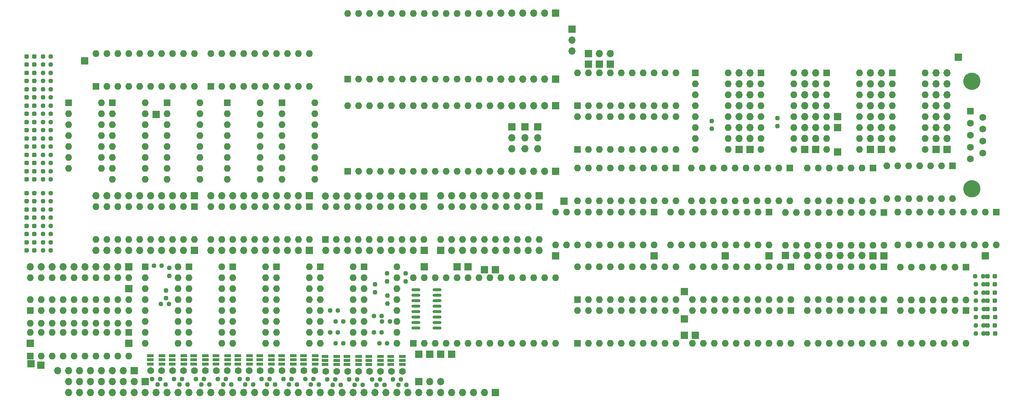
<source format=gbr>
%TF.GenerationSoftware,KiCad,Pcbnew,7.0.5*%
%TF.CreationDate,2024-08-20T05:02:14-04:00*%
%TF.ProjectId,processor_attempt_1,70726f63-6573-4736-9f72-5f617474656d,rev?*%
%TF.SameCoordinates,Original*%
%TF.FileFunction,Soldermask,Bot*%
%TF.FilePolarity,Negative*%
%FSLAX46Y46*%
G04 Gerber Fmt 4.6, Leading zero omitted, Abs format (unit mm)*
G04 Created by KiCad (PCBNEW 7.0.5) date 2024-08-20 05:02:14*
%MOMM*%
%LPD*%
G01*
G04 APERTURE LIST*
G04 Aperture macros list*
%AMRoundRect*
0 Rectangle with rounded corners*
0 $1 Rounding radius*
0 $2 $3 $4 $5 $6 $7 $8 $9 X,Y pos of 4 corners*
0 Add a 4 corners polygon primitive as box body*
4,1,4,$2,$3,$4,$5,$6,$7,$8,$9,$2,$3,0*
0 Add four circle primitives for the rounded corners*
1,1,$1+$1,$2,$3*
1,1,$1+$1,$4,$5*
1,1,$1+$1,$6,$7*
1,1,$1+$1,$8,$9*
0 Add four rect primitives between the rounded corners*
20,1,$1+$1,$2,$3,$4,$5,0*
20,1,$1+$1,$4,$5,$6,$7,0*
20,1,$1+$1,$6,$7,$8,$9,0*
20,1,$1+$1,$8,$9,$2,$3,0*%
G04 Aperture macros list end*
%ADD10R,1.700000X1.700000*%
%ADD11O,1.700000X1.700000*%
%ADD12RoundRect,0.237500X0.237500X-0.250000X0.237500X0.250000X-0.237500X0.250000X-0.237500X-0.250000X0*%
%ADD13RoundRect,0.237500X-0.237500X0.250000X-0.237500X-0.250000X0.237500X-0.250000X0.237500X0.250000X0*%
%ADD14R,1.600000X1.600000*%
%ADD15O,1.600000X1.600000*%
%ADD16C,1.600000*%
%ADD17C,4.000000*%
%ADD18RoundRect,0.237500X-0.250000X-0.237500X0.250000X-0.237500X0.250000X0.237500X-0.250000X0.237500X0*%
%ADD19RoundRect,0.237500X-0.287500X-0.237500X0.287500X-0.237500X0.287500X0.237500X-0.287500X0.237500X0*%
%ADD20RoundRect,0.237500X0.250000X0.237500X-0.250000X0.237500X-0.250000X-0.237500X0.250000X-0.237500X0*%
%ADD21R,1.560000X0.650000*%
%ADD22RoundRect,0.237500X0.287500X0.237500X-0.287500X0.237500X-0.287500X-0.237500X0.287500X-0.237500X0*%
%ADD23RoundRect,0.150000X0.825000X0.150000X-0.825000X0.150000X-0.825000X-0.150000X0.825000X-0.150000X0*%
G04 APERTURE END LIST*
D10*
%TO.C,J31*%
X116840000Y-108585000D03*
D11*
X119380000Y-108585000D03*
X121920000Y-108585000D03*
%TD*%
D10*
%TO.C,J41*%
X119380000Y-102235000D03*
%TD*%
%TO.C,J61*%
X150495000Y-66675000D03*
%TD*%
%TO.C,J60*%
X213995000Y-55245000D03*
%TD*%
%TO.C,J59*%
X187960000Y-79375000D03*
%TD*%
%TO.C,J58*%
X148590000Y-79375000D03*
%TD*%
%TO.C,J56*%
X180975000Y-97790000D03*
%TD*%
%TO.C,J54*%
X178435000Y-87630000D03*
%TD*%
%TO.C,J51*%
X132080000Y-82550000D03*
%TD*%
%TO.C,J50*%
X124460000Y-102235000D03*
%TD*%
%TO.C,J49*%
X118110000Y-81915000D03*
%TD*%
%TO.C,J46*%
X171450000Y-79375000D03*
%TD*%
%TO.C,J45*%
X178435000Y-93980000D03*
%TD*%
%TO.C,J43*%
X121920000Y-102235000D03*
%TD*%
%TO.C,J64*%
X224790000Y-79375000D03*
%TD*%
%TO.C,J74*%
X242056657Y-33153573D03*
%TD*%
%TO.C,J73*%
X248285000Y-79375000D03*
%TD*%
%TO.C,J63*%
X178435000Y-97790000D03*
%TD*%
%TO.C,J62*%
X222250000Y-79375000D03*
%TD*%
%TO.C,J57*%
X198120000Y-79375000D03*
%TD*%
%TO.C,J52*%
X116840000Y-102235000D03*
%TD*%
%TO.C,J48*%
X128270000Y-81915000D03*
%TD*%
%TO.C,J47*%
X134620000Y-82550000D03*
%TD*%
%TO.C,J39*%
X29117036Y-104773313D03*
%TD*%
%TO.C,J44*%
X125730000Y-81915000D03*
%TD*%
%TO.C,J35*%
X26670000Y-99695000D03*
%TD*%
%TO.C,J72*%
X49530000Y-86995000D03*
%TD*%
%TO.C,J71*%
X49530000Y-99695000D03*
%TD*%
%TO.C,J70*%
X213995000Y-46990000D03*
%TD*%
%TO.C,J67*%
X213995000Y-49530000D03*
%TD*%
D12*
%TO.C,R142*%
X200025000Y-47347500D03*
X200025000Y-49172500D03*
%TD*%
D13*
%TO.C,R141*%
X184785000Y-49807500D03*
X184785000Y-47982500D03*
%TD*%
D14*
%TO.C,U23*%
X153670000Y-44450000D03*
D15*
X156210000Y-44450000D03*
X158750000Y-44450000D03*
X161290000Y-44450000D03*
X163830000Y-44450000D03*
X166370000Y-44450000D03*
X168910000Y-44450000D03*
X171450000Y-44450000D03*
X173990000Y-44450000D03*
X176530000Y-44450000D03*
X176530000Y-36830000D03*
X173990000Y-36830000D03*
X171450000Y-36830000D03*
X168910000Y-36830000D03*
X166370000Y-36830000D03*
X163830000Y-36830000D03*
X161290000Y-36830000D03*
X158750000Y-36830000D03*
X156210000Y-36830000D03*
X153670000Y-36830000D03*
%TD*%
D10*
%TO.C,J69*%
X156225000Y-32385000D03*
D11*
X158765000Y-32385000D03*
X161305000Y-32385000D03*
%TD*%
D10*
%TO.C,J68*%
X161290000Y-34798000D03*
%TD*%
%TO.C,J65*%
X158750000Y-34798000D03*
%TD*%
%TO.C,J36*%
X156210000Y-34798000D03*
%TD*%
%TO.C,J34*%
X144399000Y-49403000D03*
D11*
X144399000Y-51943000D03*
X144399000Y-54483000D03*
%TD*%
D10*
%TO.C,J33*%
X141478000Y-49403000D03*
D11*
X141478000Y-51943000D03*
X141478000Y-54483000D03*
%TD*%
D10*
%TO.C,J32*%
X138430000Y-49388000D03*
D11*
X138430000Y-51928000D03*
X138430000Y-54468000D03*
%TD*%
D10*
%TO.C,J42*%
X55880000Y-46482000D03*
%TD*%
%TO.C,J40*%
X39243000Y-34036000D03*
%TD*%
%TO.C,J30*%
X26797000Y-104394000D03*
%TD*%
D14*
%TO.C,U44*%
X153670000Y-89535000D03*
D15*
X156210000Y-89535000D03*
X158750000Y-89535000D03*
X161290000Y-89535000D03*
X163830000Y-89535000D03*
X166370000Y-89535000D03*
X168910000Y-89535000D03*
X171450000Y-89535000D03*
X173990000Y-89535000D03*
X176530000Y-89535000D03*
X176530000Y-81915000D03*
X173990000Y-81915000D03*
X171450000Y-81915000D03*
X168910000Y-81915000D03*
X166370000Y-81915000D03*
X163830000Y-81915000D03*
X161290000Y-81915000D03*
X158750000Y-81915000D03*
X156210000Y-81915000D03*
X153670000Y-81915000D03*
%TD*%
D11*
%TO.C,J26*%
X221615000Y-36830000D03*
X221615000Y-39370000D03*
X221615000Y-41910000D03*
X221615000Y-44450000D03*
X221615000Y-46990000D03*
X221615000Y-49530000D03*
X221615000Y-52070000D03*
D10*
X221615000Y-54610000D03*
%TD*%
D14*
%TO.C,U19*%
X100330000Y-59690000D03*
D15*
X102870000Y-59690000D03*
X105410000Y-59690000D03*
X107950000Y-59690000D03*
X110490000Y-59690000D03*
X113030000Y-59690000D03*
X115570000Y-59690000D03*
X118110000Y-59690000D03*
X120650000Y-59690000D03*
X123190000Y-59690000D03*
X125730000Y-59690000D03*
X128270000Y-59690000D03*
X130810000Y-59690000D03*
X133350000Y-59690000D03*
X133350000Y-44450000D03*
X130810000Y-44450000D03*
X128270000Y-44450000D03*
X125730000Y-44450000D03*
X123190000Y-44450000D03*
X120650000Y-44450000D03*
X118110000Y-44450000D03*
X115570000Y-44450000D03*
X113030000Y-44450000D03*
X110490000Y-44450000D03*
X107950000Y-44450000D03*
X105410000Y-44450000D03*
X102870000Y-44450000D03*
X100330000Y-44450000D03*
%TD*%
D10*
%TO.C,J18*%
X144780000Y-65405000D03*
D11*
X142240000Y-65405000D03*
X139700000Y-65405000D03*
X137160000Y-65405000D03*
X134620000Y-65405000D03*
X132080000Y-65405000D03*
X129540000Y-65405000D03*
X127000000Y-65405000D03*
X124460000Y-65405000D03*
X121920000Y-65405000D03*
%TD*%
D10*
%TO.C,J4*%
X53340000Y-108585000D03*
D11*
X50800000Y-108585000D03*
X48260000Y-108585000D03*
X45720000Y-108585000D03*
X43180000Y-108585000D03*
X40640000Y-108585000D03*
X38100000Y-108585000D03*
X35560000Y-108585000D03*
%TD*%
D14*
%TO.C,U3*%
X72390000Y-43815000D03*
D15*
X72390000Y-46355000D03*
X72390000Y-48895000D03*
X72390000Y-51435000D03*
X72390000Y-53975000D03*
X72390000Y-56515000D03*
X72390000Y-59055000D03*
X72390000Y-61595000D03*
X80010000Y-61595000D03*
X80010000Y-59055000D03*
X80010000Y-56515000D03*
X80010000Y-53975000D03*
X80010000Y-51435000D03*
X80010000Y-48895000D03*
X80010000Y-46355000D03*
X80010000Y-43815000D03*
%TD*%
%TO.C,U52*%
X243845000Y-89545000D03*
X241305000Y-89545000D03*
X238765000Y-89545000D03*
X236225000Y-89545000D03*
X233685000Y-89545000D03*
X231145000Y-89545000D03*
X228605000Y-89545000D03*
X228605000Y-81925000D03*
X231145000Y-81925000D03*
X233685000Y-81925000D03*
X236225000Y-81925000D03*
X238765000Y-81925000D03*
X241305000Y-81925000D03*
D14*
X243845000Y-81925000D03*
%TD*%
D16*
%TO.C,J21*%
X247703669Y-55453000D03*
X247703669Y-52683000D03*
X247703669Y-49913000D03*
X247703669Y-47143000D03*
X244863669Y-56838000D03*
X244863669Y-54068000D03*
X244863669Y-51298000D03*
X244863669Y-48528000D03*
D14*
X244863669Y-45758000D03*
D17*
X245163669Y-38798000D03*
X245163669Y-63798000D03*
%TD*%
D14*
%TO.C,U24*%
X153670000Y-54610000D03*
D15*
X156210000Y-54610000D03*
X158750000Y-54610000D03*
X161290000Y-54610000D03*
X163830000Y-54610000D03*
X166370000Y-54610000D03*
X168910000Y-54610000D03*
X171450000Y-54610000D03*
X173990000Y-54610000D03*
X176530000Y-54610000D03*
X176530000Y-46990000D03*
X173990000Y-46990000D03*
X171450000Y-46990000D03*
X168910000Y-46990000D03*
X166370000Y-46990000D03*
X163830000Y-46990000D03*
X161290000Y-46990000D03*
X158750000Y-46990000D03*
X156210000Y-46990000D03*
X153670000Y-46990000D03*
%TD*%
D14*
%TO.C,U29*%
X41910000Y-40005000D03*
D15*
X44450000Y-40005000D03*
X46990000Y-40005000D03*
X49530000Y-40005000D03*
X52070000Y-40005000D03*
X54610000Y-40005000D03*
X57150000Y-40005000D03*
X59690000Y-40005000D03*
X62230000Y-40005000D03*
X64770000Y-40005000D03*
X64770000Y-32385000D03*
X62230000Y-32385000D03*
X59690000Y-32385000D03*
X57150000Y-32385000D03*
X54610000Y-32385000D03*
X52070000Y-32385000D03*
X49530000Y-32385000D03*
X46990000Y-32385000D03*
X44450000Y-32385000D03*
X41910000Y-32385000D03*
%TD*%
D14*
%TO.C,U6*%
X91440000Y-67945000D03*
D15*
X88900000Y-67945000D03*
X86360000Y-67945000D03*
X83820000Y-67945000D03*
X81280000Y-67945000D03*
X78740000Y-67945000D03*
X76200000Y-67945000D03*
X73660000Y-67945000D03*
X71120000Y-67945000D03*
X68580000Y-67945000D03*
X68580000Y-75565000D03*
X71120000Y-75565000D03*
X73660000Y-75565000D03*
X76200000Y-75565000D03*
X78740000Y-75565000D03*
X81280000Y-75565000D03*
X83820000Y-75565000D03*
X86360000Y-75565000D03*
X88900000Y-75565000D03*
X91440000Y-75565000D03*
%TD*%
D10*
%TO.C,J3*%
X134620000Y-111125000D03*
D11*
X132080000Y-111125000D03*
X129540000Y-111125000D03*
X127000000Y-111125000D03*
X124460000Y-111125000D03*
X121920000Y-111125000D03*
X119380000Y-111125000D03*
X116840000Y-111125000D03*
X114300000Y-111125000D03*
X111760000Y-111125000D03*
X109220000Y-111125000D03*
X106680000Y-111125000D03*
X104140000Y-111125000D03*
X101600000Y-111125000D03*
X99060000Y-111125000D03*
X96520000Y-111125000D03*
X93980000Y-111125000D03*
X91440000Y-111125000D03*
X88900000Y-111125000D03*
X86360000Y-111125000D03*
X83820000Y-111125000D03*
X81280000Y-111125000D03*
X78740000Y-111125000D03*
X76200000Y-111125000D03*
X73660000Y-111125000D03*
X71120000Y-111125000D03*
X68580000Y-111125000D03*
X66040000Y-111125000D03*
X63500000Y-111125000D03*
X60960000Y-111125000D03*
X58420000Y-111125000D03*
X55880000Y-111125000D03*
X53340000Y-111125000D03*
X50800000Y-111125000D03*
X48260000Y-111125000D03*
X45720000Y-111125000D03*
X43180000Y-111125000D03*
X40640000Y-111125000D03*
X38100000Y-111125000D03*
X35560000Y-111125000D03*
%TD*%
D14*
%TO.C,U25*%
X26670000Y-92075000D03*
D15*
X29210000Y-92075000D03*
X31750000Y-92075000D03*
X34290000Y-92075000D03*
X36830000Y-92075000D03*
X39370000Y-92075000D03*
X41910000Y-92075000D03*
X44450000Y-92075000D03*
X46990000Y-92075000D03*
X49530000Y-92075000D03*
X49530000Y-84455000D03*
X46990000Y-84455000D03*
X44450000Y-84455000D03*
X41910000Y-84455000D03*
X39370000Y-84455000D03*
X36830000Y-84455000D03*
X34290000Y-84455000D03*
X31750000Y-84455000D03*
X29210000Y-84455000D03*
X26670000Y-84455000D03*
%TD*%
%TO.C,U55*%
X222250000Y-66548000D03*
X219710000Y-66548000D03*
X217170000Y-66548000D03*
X214630000Y-66548000D03*
X212090000Y-66548000D03*
X209550000Y-66548000D03*
X207010000Y-66548000D03*
X207010000Y-58928000D03*
X209550000Y-58928000D03*
X212090000Y-58928000D03*
X214630000Y-58928000D03*
X217170000Y-58928000D03*
X219710000Y-58928000D03*
D14*
X222250000Y-58928000D03*
%TD*%
%TO.C,U54*%
X176530000Y-58928000D03*
D15*
X173990000Y-58928000D03*
X171450000Y-58928000D03*
X168910000Y-58928000D03*
X166370000Y-58928000D03*
X163830000Y-58928000D03*
X161290000Y-58928000D03*
X158750000Y-58928000D03*
X156210000Y-58928000D03*
X153670000Y-58928000D03*
X153670000Y-66548000D03*
X156210000Y-66548000D03*
X158750000Y-66548000D03*
X161290000Y-66548000D03*
X163830000Y-66548000D03*
X166370000Y-66548000D03*
X168910000Y-66548000D03*
X171450000Y-66548000D03*
X173990000Y-66548000D03*
X176530000Y-66548000D03*
%TD*%
D11*
%TO.C,J22*%
X208915000Y-36830000D03*
X208915000Y-39370000D03*
X208915000Y-41910000D03*
X208915000Y-44450000D03*
X208915000Y-46990000D03*
X208915000Y-49530000D03*
X208915000Y-52070000D03*
D10*
X208915000Y-54610000D03*
%TD*%
%TO.C,J17*%
X148590000Y-22987000D03*
D11*
X146050000Y-22987000D03*
X143510000Y-22987000D03*
X140970000Y-22987000D03*
X138430000Y-22987000D03*
X135890000Y-22987000D03*
%TD*%
D14*
%TO.C,U41*%
X203200000Y-92075000D03*
D15*
X200660000Y-92075000D03*
X198120000Y-92075000D03*
X195580000Y-92075000D03*
X193040000Y-92075000D03*
X190500000Y-92075000D03*
X187960000Y-92075000D03*
X185420000Y-92075000D03*
X182880000Y-92075000D03*
X180340000Y-92075000D03*
X180340000Y-99695000D03*
X182880000Y-99695000D03*
X185420000Y-99695000D03*
X187960000Y-99695000D03*
X190500000Y-99695000D03*
X193040000Y-99695000D03*
X195580000Y-99695000D03*
X198120000Y-99695000D03*
X200660000Y-99695000D03*
X203200000Y-99695000D03*
%TD*%
D16*
%TO.C,C16*%
X67290000Y-106045000D03*
X64790000Y-106045000D03*
%TD*%
%TO.C,C4*%
X92690000Y-106045000D03*
X90190000Y-106045000D03*
%TD*%
%TO.C,C10*%
X77450000Y-106045000D03*
X74950000Y-106045000D03*
%TD*%
D10*
%TO.C,J28*%
X224155000Y-54610000D03*
D11*
X224155000Y-52070000D03*
X224155000Y-49530000D03*
X224155000Y-46990000D03*
X224155000Y-44450000D03*
X224155000Y-41910000D03*
X224155000Y-39370000D03*
X224155000Y-36830000D03*
%TD*%
D10*
%TO.C,J19*%
X121920000Y-78105000D03*
D11*
X124460000Y-78105000D03*
X127000000Y-78105000D03*
X129540000Y-78105000D03*
X132080000Y-78105000D03*
X134620000Y-78105000D03*
X137160000Y-78105000D03*
X139700000Y-78105000D03*
X142240000Y-78105000D03*
X144780000Y-78105000D03*
%TD*%
D14*
%TO.C,U45*%
X153670000Y-99695000D03*
D15*
X156210000Y-99695000D03*
X158750000Y-99695000D03*
X161290000Y-99695000D03*
X163830000Y-99695000D03*
X166370000Y-99695000D03*
X168910000Y-99695000D03*
X171450000Y-99695000D03*
X173990000Y-99695000D03*
X176530000Y-99695000D03*
X176530000Y-92075000D03*
X173990000Y-92075000D03*
X171450000Y-92075000D03*
X168910000Y-92075000D03*
X166370000Y-92075000D03*
X163830000Y-92075000D03*
X161290000Y-92075000D03*
X158750000Y-92075000D03*
X156210000Y-92075000D03*
X153670000Y-92075000D03*
%TD*%
D10*
%TO.C,J20*%
X201930000Y-79248000D03*
D11*
X204470000Y-79248000D03*
X207010000Y-79248000D03*
X209550000Y-79248000D03*
X212090000Y-79248000D03*
X214630000Y-79248000D03*
X217170000Y-79248000D03*
X219710000Y-79248000D03*
%TD*%
D18*
%TO.C,R102*%
X56999500Y-90551000D03*
X58824500Y-90551000D03*
%TD*%
D11*
%TO.C,J24*%
X206375000Y-36830000D03*
X206375000Y-39370000D03*
X206375000Y-41910000D03*
X206375000Y-44450000D03*
X206375000Y-46990000D03*
X206375000Y-49530000D03*
X206375000Y-52070000D03*
D10*
X206375000Y-54610000D03*
%TD*%
D16*
%TO.C,C7*%
X112976305Y-106154911D03*
X110476305Y-106154911D03*
%TD*%
D14*
%TO.C,U50*%
X250825000Y-69215000D03*
D15*
X248285000Y-69215000D03*
X245745000Y-69215000D03*
X243205000Y-69215000D03*
X240665000Y-69215000D03*
X238125000Y-69215000D03*
X235585000Y-69215000D03*
X233045000Y-69215000D03*
X230505000Y-69215000D03*
X227965000Y-69215000D03*
X227965000Y-76835000D03*
X230505000Y-76835000D03*
X233045000Y-76835000D03*
X235585000Y-76835000D03*
X238125000Y-76835000D03*
X240665000Y-76835000D03*
X243205000Y-76835000D03*
X245745000Y-76835000D03*
X248285000Y-76835000D03*
X250825000Y-76835000D03*
%TD*%
D14*
%TO.C,U18*%
X100315000Y-38235000D03*
D15*
X102855000Y-38235000D03*
X105395000Y-38235000D03*
X107935000Y-38235000D03*
X110475000Y-38235000D03*
X113015000Y-38235000D03*
X115555000Y-38235000D03*
X118095000Y-38235000D03*
X120635000Y-38235000D03*
X123175000Y-38235000D03*
X125715000Y-38235000D03*
X128255000Y-38235000D03*
X130795000Y-38235000D03*
X133335000Y-38235000D03*
X133335000Y-22995000D03*
X130795000Y-22995000D03*
X128255000Y-22995000D03*
X125715000Y-22995000D03*
X123175000Y-22995000D03*
X120635000Y-22995000D03*
X118095000Y-22995000D03*
X115555000Y-22995000D03*
X113015000Y-22995000D03*
X110475000Y-22995000D03*
X107935000Y-22995000D03*
X105395000Y-22995000D03*
X102855000Y-22995000D03*
X100315000Y-22995000D03*
%TD*%
D16*
%TO.C,C17*%
X72370000Y-106045000D03*
X69870000Y-106045000D03*
%TD*%
D14*
%TO.C,U60*%
X226695000Y-36830000D03*
D15*
X226695000Y-39370000D03*
X226695000Y-41910000D03*
X226695000Y-44450000D03*
X226695000Y-46990000D03*
X226695000Y-49530000D03*
X226695000Y-52070000D03*
X226695000Y-54610000D03*
X234315000Y-54610000D03*
X234315000Y-52070000D03*
X234315000Y-49530000D03*
X234315000Y-46990000D03*
X234315000Y-44450000D03*
X234315000Y-41910000D03*
X234315000Y-39370000D03*
X234315000Y-36830000D03*
%TD*%
D11*
%TO.C,J27*%
X193675000Y-36830000D03*
X193675000Y-39370000D03*
X193675000Y-41910000D03*
X193675000Y-44450000D03*
X193675000Y-46990000D03*
X193675000Y-49530000D03*
X193675000Y-52070000D03*
D10*
X193675000Y-54610000D03*
%TD*%
%TO.C,J10*%
X64770000Y-78105000D03*
D11*
X62230000Y-78105000D03*
X59690000Y-78105000D03*
X57150000Y-78105000D03*
X54610000Y-78105000D03*
X52070000Y-78105000D03*
X49530000Y-78105000D03*
X46990000Y-78105000D03*
X44450000Y-78105000D03*
X41910000Y-78105000D03*
%TD*%
D10*
%TO.C,J15*%
X148590000Y-44450000D03*
D11*
X146050000Y-44450000D03*
X143510000Y-44450000D03*
X140970000Y-44450000D03*
X138430000Y-44450000D03*
X135890000Y-44450000D03*
%TD*%
%TO.C,J25*%
X236855000Y-36830000D03*
X236855000Y-39370000D03*
X236855000Y-41910000D03*
X236855000Y-44450000D03*
X236855000Y-46990000D03*
X236855000Y-49530000D03*
X236855000Y-52070000D03*
D10*
X236855000Y-54610000D03*
%TD*%
D14*
%TO.C,U59*%
X211455000Y-36830000D03*
D15*
X211455000Y-39370000D03*
X211455000Y-41910000D03*
X211455000Y-44450000D03*
X211455000Y-46990000D03*
X211455000Y-49530000D03*
X211455000Y-52070000D03*
X211455000Y-54610000D03*
X219075000Y-54610000D03*
X219075000Y-52070000D03*
X219075000Y-49530000D03*
X219075000Y-46990000D03*
X219075000Y-44450000D03*
X219075000Y-41910000D03*
X219075000Y-39370000D03*
X219075000Y-36830000D03*
%TD*%
D10*
%TO.C,J14*%
X148590000Y-59690000D03*
D11*
X146050000Y-59690000D03*
X143510000Y-59690000D03*
X140970000Y-59690000D03*
X138430000Y-59690000D03*
X135890000Y-59690000D03*
%TD*%
D10*
%TO.C,J29*%
X239395000Y-54610000D03*
D11*
X239395000Y-52070000D03*
X239395000Y-49530000D03*
X239395000Y-46990000D03*
X239395000Y-44450000D03*
X239395000Y-41910000D03*
X239395000Y-39370000D03*
X239395000Y-36830000D03*
%TD*%
D14*
%TO.C,U26*%
X26670468Y-102626722D03*
D15*
X29210468Y-102626722D03*
X31750468Y-102626722D03*
X34290468Y-102626722D03*
X36830468Y-102626722D03*
X39370468Y-102626722D03*
X41910468Y-102626722D03*
X44450468Y-102626722D03*
X46990468Y-102626722D03*
X49530468Y-102626722D03*
X49530468Y-95006722D03*
X46990468Y-95006722D03*
X44450468Y-95006722D03*
X41910468Y-95006722D03*
X39370468Y-95006722D03*
X36830468Y-95006722D03*
X34290468Y-95006722D03*
X31750468Y-95006722D03*
X29210468Y-95006722D03*
X26670468Y-95006722D03*
%TD*%
%TO.C,U53*%
X243840000Y-99695000D03*
X241300000Y-99695000D03*
X238760000Y-99695000D03*
X236220000Y-99695000D03*
X233680000Y-99695000D03*
X231140000Y-99695000D03*
X228600000Y-99695000D03*
X228600000Y-92075000D03*
X231140000Y-92075000D03*
X233680000Y-92075000D03*
X236220000Y-92075000D03*
X238760000Y-92075000D03*
X241300000Y-92075000D03*
D14*
X243840000Y-92075000D03*
%TD*%
D16*
%TO.C,C18*%
X87610000Y-106045000D03*
X85110000Y-106045000D03*
%TD*%
D14*
%TO.C,U36*%
X53350000Y-81905000D03*
D15*
X53350000Y-84445000D03*
X53350000Y-86985000D03*
X53350000Y-89525000D03*
X53350000Y-92065000D03*
X53350000Y-94605000D03*
X53350000Y-97145000D03*
X53350000Y-99685000D03*
X60970000Y-99685000D03*
X60970000Y-97145000D03*
X60970000Y-94605000D03*
X60970000Y-92065000D03*
X60970000Y-89525000D03*
X60970000Y-86985000D03*
X60970000Y-84445000D03*
X60970000Y-81905000D03*
%TD*%
D14*
%TO.C,U4*%
X58410000Y-43815000D03*
D15*
X58410000Y-46355000D03*
X58410000Y-48895000D03*
X58410000Y-51435000D03*
X58410000Y-53975000D03*
X58410000Y-56515000D03*
X58410000Y-59055000D03*
X58410000Y-61595000D03*
X66030000Y-61595000D03*
X66030000Y-59055000D03*
X66030000Y-56515000D03*
X66030000Y-53975000D03*
X66030000Y-51435000D03*
X66030000Y-48895000D03*
X66030000Y-46355000D03*
X66030000Y-43815000D03*
%TD*%
D14*
%TO.C,U33*%
X83830000Y-81905000D03*
D15*
X83830000Y-84445000D03*
X83830000Y-86985000D03*
X83830000Y-89525000D03*
X83830000Y-92065000D03*
X83830000Y-94605000D03*
X83830000Y-97145000D03*
X83830000Y-99685000D03*
X91450000Y-99685000D03*
X91450000Y-97145000D03*
X91450000Y-94605000D03*
X91450000Y-92065000D03*
X91450000Y-89525000D03*
X91450000Y-86985000D03*
X91450000Y-84445000D03*
X91450000Y-81905000D03*
%TD*%
D16*
%TO.C,C15*%
X57130000Y-106045000D03*
X54630000Y-106045000D03*
%TD*%
D14*
%TO.C,U37*%
X93966305Y-81897911D03*
D15*
X93966305Y-84437911D03*
X93966305Y-86977911D03*
X93966305Y-89517911D03*
X93966305Y-92057911D03*
X93966305Y-94597911D03*
X93966305Y-97137911D03*
X93966305Y-99677911D03*
X101586305Y-99677911D03*
X101586305Y-97137911D03*
X101586305Y-94597911D03*
X101586305Y-92057911D03*
X101586305Y-89517911D03*
X101586305Y-86977911D03*
X101586305Y-84437911D03*
X101586305Y-81897911D03*
%TD*%
D10*
%TO.C,J7*%
X117971105Y-65420169D03*
D11*
X115431105Y-65420169D03*
X112891105Y-65420169D03*
X110351105Y-65420169D03*
X107811105Y-65420169D03*
X105271105Y-65420169D03*
X102731105Y-65420169D03*
X100191105Y-65420169D03*
X97651105Y-65420169D03*
X95111105Y-65420169D03*
%TD*%
D14*
%TO.C,U42*%
X240670000Y-58430000D03*
D15*
X238130000Y-58430000D03*
X235590000Y-58430000D03*
X233050000Y-58430000D03*
X230510000Y-58430000D03*
X227970000Y-58430000D03*
X225430000Y-58430000D03*
X225430000Y-66050000D03*
X227970000Y-66050000D03*
X230510000Y-66050000D03*
X233050000Y-66050000D03*
X235590000Y-66050000D03*
X238130000Y-66050000D03*
X240670000Y-66050000D03*
%TD*%
D16*
%TO.C,C9*%
X62210000Y-106045000D03*
X59710000Y-106045000D03*
%TD*%
D15*
%TO.C,U57*%
X188595000Y-36830000D03*
X188595000Y-39370000D03*
X188595000Y-41910000D03*
X188595000Y-44450000D03*
X188595000Y-46990000D03*
X188595000Y-49530000D03*
X188595000Y-52070000D03*
X188595000Y-54610000D03*
X180975000Y-54610000D03*
X180975000Y-52070000D03*
X180975000Y-49530000D03*
X180975000Y-46990000D03*
X180975000Y-44450000D03*
X180975000Y-41910000D03*
X180975000Y-39370000D03*
D14*
X180975000Y-36830000D03*
%TD*%
D10*
%TO.C,J13*%
X64770000Y-65405000D03*
D11*
X62230000Y-65405000D03*
X59690000Y-65405000D03*
X57150000Y-65405000D03*
X54610000Y-65405000D03*
X52070000Y-65405000D03*
X49530000Y-65405000D03*
X46990000Y-65405000D03*
X44450000Y-65405000D03*
X41910000Y-65405000D03*
%TD*%
D18*
%TO.C,R99*%
X55348500Y-81661000D03*
X57173500Y-81661000D03*
%TD*%
D14*
%TO.C,U30*%
X68580000Y-40005000D03*
D15*
X71120000Y-40005000D03*
X73660000Y-40005000D03*
X76200000Y-40005000D03*
X78740000Y-40005000D03*
X81280000Y-40005000D03*
X83820000Y-40005000D03*
X86360000Y-40005000D03*
X88900000Y-40005000D03*
X91440000Y-40005000D03*
X91440000Y-32385000D03*
X88900000Y-32385000D03*
X86360000Y-32385000D03*
X83820000Y-32385000D03*
X81280000Y-32385000D03*
X78740000Y-32385000D03*
X76200000Y-32385000D03*
X73660000Y-32385000D03*
X71120000Y-32385000D03*
X68580000Y-32385000D03*
%TD*%
D14*
%TO.C,U32*%
X224790000Y-81915000D03*
D15*
X222250000Y-81915000D03*
X219710000Y-81915000D03*
X217170000Y-81915000D03*
X214630000Y-81915000D03*
X212090000Y-81915000D03*
X209550000Y-81915000D03*
X207010000Y-81915000D03*
X207010000Y-89535000D03*
X209550000Y-89535000D03*
X212090000Y-89535000D03*
X214630000Y-89535000D03*
X217170000Y-89535000D03*
X219710000Y-89535000D03*
X222250000Y-89535000D03*
X224790000Y-89535000D03*
%TD*%
D10*
%TO.C,J8*%
X49530000Y-81915000D03*
D11*
X46990000Y-81915000D03*
X44450000Y-81915000D03*
X41910000Y-81915000D03*
X39370000Y-81915000D03*
X36830000Y-81915000D03*
X34290000Y-81915000D03*
X31750000Y-81915000D03*
X29210000Y-81915000D03*
X26670000Y-81915000D03*
%TD*%
D14*
%TO.C,U47*%
X171450000Y-69215000D03*
D15*
X168910000Y-69215000D03*
X166370000Y-69215000D03*
X163830000Y-69215000D03*
X161290000Y-69215000D03*
X158750000Y-69215000D03*
X156210000Y-69215000D03*
X153670000Y-69215000D03*
X151130000Y-69215000D03*
X148590000Y-69215000D03*
X148590000Y-76835000D03*
X151130000Y-76835000D03*
X153670000Y-76835000D03*
X156210000Y-76835000D03*
X158750000Y-76835000D03*
X161290000Y-76835000D03*
X163830000Y-76835000D03*
X166370000Y-76835000D03*
X168910000Y-76835000D03*
X171450000Y-76835000D03*
%TD*%
D10*
%TO.C,J1*%
X152400000Y-26685000D03*
D11*
X152400000Y-29225000D03*
X152400000Y-31765000D03*
%TD*%
D14*
%TO.C,U34*%
X63510000Y-81905000D03*
D15*
X63510000Y-84445000D03*
X63510000Y-86985000D03*
X63510000Y-89525000D03*
X63510000Y-92065000D03*
X63510000Y-94605000D03*
X63510000Y-97145000D03*
X63510000Y-99685000D03*
X71130000Y-99685000D03*
X71130000Y-97145000D03*
X71130000Y-94605000D03*
X71130000Y-92065000D03*
X71130000Y-89525000D03*
X71130000Y-86985000D03*
X71130000Y-84445000D03*
X71130000Y-81905000D03*
%TD*%
%TO.C,U58*%
X203835000Y-36820000D03*
X203835000Y-39360000D03*
X203835000Y-41900000D03*
X203835000Y-44440000D03*
X203835000Y-46980000D03*
X203835000Y-49520000D03*
X203835000Y-52060000D03*
X203835000Y-54600000D03*
X196215000Y-54600000D03*
X196215000Y-52060000D03*
X196215000Y-49520000D03*
X196215000Y-46980000D03*
X196215000Y-44440000D03*
X196215000Y-41900000D03*
X196215000Y-39360000D03*
D14*
X196215000Y-36820000D03*
%TD*%
%TO.C,U39*%
X224790000Y-92075000D03*
D15*
X222250000Y-92075000D03*
X219710000Y-92075000D03*
X217170000Y-92075000D03*
X214630000Y-92075000D03*
X212090000Y-92075000D03*
X209550000Y-92075000D03*
X207010000Y-92075000D03*
X207010000Y-99695000D03*
X209550000Y-99695000D03*
X212090000Y-99695000D03*
X214630000Y-99695000D03*
X217170000Y-99695000D03*
X219710000Y-99695000D03*
X222250000Y-99695000D03*
X224790000Y-99695000D03*
%TD*%
D14*
%TO.C,U49*%
X224785000Y-69225000D03*
D15*
X222245000Y-69225000D03*
X219705000Y-69225000D03*
X217165000Y-69225000D03*
X214625000Y-69225000D03*
X212085000Y-69225000D03*
X209545000Y-69225000D03*
X207005000Y-69225000D03*
X204465000Y-69225000D03*
X201925000Y-69225000D03*
X201925000Y-76845000D03*
X204465000Y-76845000D03*
X207005000Y-76845000D03*
X209545000Y-76845000D03*
X212085000Y-76845000D03*
X214625000Y-76845000D03*
X217165000Y-76845000D03*
X219705000Y-76845000D03*
X222245000Y-76845000D03*
X224785000Y-76845000D03*
%TD*%
D14*
%TO.C,U7*%
X64770000Y-67945000D03*
D15*
X62230000Y-67945000D03*
X59690000Y-67945000D03*
X57150000Y-67945000D03*
X54610000Y-67945000D03*
X52070000Y-67945000D03*
X49530000Y-67945000D03*
X46990000Y-67945000D03*
X44450000Y-67945000D03*
X41910000Y-67945000D03*
X41910000Y-75565000D03*
X44450000Y-75565000D03*
X46990000Y-75565000D03*
X49530000Y-75565000D03*
X52070000Y-75565000D03*
X54610000Y-75565000D03*
X57150000Y-75565000D03*
X59690000Y-75565000D03*
X62230000Y-75565000D03*
X64770000Y-75565000D03*
%TD*%
D16*
%TO.C,C5*%
X97776305Y-106154911D03*
X95276305Y-106154911D03*
%TD*%
D14*
%TO.C,U38*%
X104126305Y-81897911D03*
D15*
X104126305Y-84437911D03*
X104126305Y-86977911D03*
X104126305Y-89517911D03*
X104126305Y-92057911D03*
X104126305Y-94597911D03*
X104126305Y-97137911D03*
X104126305Y-99677911D03*
X111746305Y-99677911D03*
X111746305Y-97137911D03*
X111746305Y-94597911D03*
X111746305Y-92057911D03*
X111746305Y-89517911D03*
X111746305Y-86977911D03*
X111746305Y-84437911D03*
X111746305Y-81897911D03*
%TD*%
D14*
%TO.C,U35*%
X73660000Y-81915000D03*
D15*
X73660000Y-84455000D03*
X73660000Y-86995000D03*
X73660000Y-89535000D03*
X73660000Y-92075000D03*
X73660000Y-94615000D03*
X73660000Y-97155000D03*
X73660000Y-99695000D03*
X81280000Y-99695000D03*
X81280000Y-97155000D03*
X81280000Y-94615000D03*
X81280000Y-92075000D03*
X81280000Y-89535000D03*
X81280000Y-86995000D03*
X81280000Y-84455000D03*
X81280000Y-81915000D03*
%TD*%
D14*
%TO.C,U2*%
X85090000Y-43815000D03*
D15*
X85090000Y-46355000D03*
X85090000Y-48895000D03*
X85090000Y-51435000D03*
X85090000Y-53975000D03*
X85090000Y-56515000D03*
X85090000Y-59055000D03*
X85090000Y-61595000D03*
X92710000Y-61595000D03*
X92710000Y-59055000D03*
X92710000Y-56515000D03*
X92710000Y-53975000D03*
X92710000Y-51435000D03*
X92710000Y-48895000D03*
X92710000Y-46355000D03*
X92710000Y-43815000D03*
%TD*%
D10*
%TO.C,J9*%
X91440000Y-78105000D03*
D11*
X88900000Y-78105000D03*
X86360000Y-78105000D03*
X83820000Y-78105000D03*
X81280000Y-78105000D03*
X78740000Y-78105000D03*
X76200000Y-78105000D03*
X73660000Y-78105000D03*
X71120000Y-78105000D03*
X68580000Y-78105000D03*
%TD*%
D16*
%TO.C,C3*%
X107936305Y-106154911D03*
X105436305Y-106154911D03*
%TD*%
D14*
%TO.C,U48*%
X198120000Y-69215000D03*
D15*
X195580000Y-69215000D03*
X193040000Y-69215000D03*
X190500000Y-69215000D03*
X187960000Y-69215000D03*
X185420000Y-69215000D03*
X182880000Y-69215000D03*
X180340000Y-69215000D03*
X177800000Y-69215000D03*
X175260000Y-69215000D03*
X175260000Y-76835000D03*
X177800000Y-76835000D03*
X180340000Y-76835000D03*
X182880000Y-76835000D03*
X185420000Y-76835000D03*
X187960000Y-76835000D03*
X190500000Y-76835000D03*
X193040000Y-76835000D03*
X195580000Y-76835000D03*
X198120000Y-76835000D03*
%TD*%
%TO.C,U56*%
X43190000Y-43810000D03*
X43190000Y-46350000D03*
X43190000Y-48890000D03*
X43190000Y-51430000D03*
X43190000Y-53970000D03*
X43190000Y-56510000D03*
X43190000Y-59050000D03*
X35570000Y-59050000D03*
X35570000Y-56510000D03*
X35570000Y-53970000D03*
X35570000Y-51430000D03*
X35570000Y-48890000D03*
X35570000Y-46350000D03*
D14*
X35570000Y-43810000D03*
%TD*%
D10*
%TO.C,J16*%
X148590000Y-38303200D03*
D11*
X146050000Y-38303200D03*
X143510000Y-38303200D03*
X140970000Y-38303200D03*
X138430000Y-38303200D03*
X135890000Y-38303200D03*
%TD*%
D16*
%TO.C,C11*%
X82530000Y-106045000D03*
X80030000Y-106045000D03*
%TD*%
D14*
%TO.C,U27*%
X95173238Y-75548224D03*
D15*
X97713238Y-75548224D03*
X100253238Y-75548224D03*
X102793238Y-75548224D03*
X105333238Y-75548224D03*
X107873238Y-75548224D03*
X110413238Y-75548224D03*
X112953238Y-75548224D03*
X115493238Y-75548224D03*
X118033238Y-75548224D03*
X118033238Y-67928224D03*
X115493238Y-67928224D03*
X112953238Y-67928224D03*
X110413238Y-67928224D03*
X107873238Y-67928224D03*
X105333238Y-67928224D03*
X102793238Y-67928224D03*
X100253238Y-67928224D03*
X97713238Y-67928224D03*
X95173238Y-67928224D03*
%TD*%
D16*
%TO.C,C6*%
X102856305Y-106154911D03*
X100356305Y-106154911D03*
%TD*%
D14*
%TO.C,U31*%
X144780000Y-67945000D03*
D15*
X142240000Y-67945000D03*
X139700000Y-67945000D03*
X137160000Y-67945000D03*
X134620000Y-67945000D03*
X132080000Y-67945000D03*
X129540000Y-67945000D03*
X127000000Y-67945000D03*
X124460000Y-67945000D03*
X121920000Y-67945000D03*
X121920000Y-75565000D03*
X124460000Y-75565000D03*
X127000000Y-75565000D03*
X129540000Y-75565000D03*
X132080000Y-75565000D03*
X134620000Y-75565000D03*
X137160000Y-75565000D03*
X139700000Y-75565000D03*
X142240000Y-75565000D03*
X144780000Y-75565000D03*
%TD*%
D10*
%TO.C,J11*%
X118110000Y-78105000D03*
D11*
X115570000Y-78105000D03*
X113030000Y-78105000D03*
X110490000Y-78105000D03*
X107950000Y-78105000D03*
X105410000Y-78105000D03*
X102870000Y-78105000D03*
X100330000Y-78105000D03*
X97790000Y-78105000D03*
X95250000Y-78105000D03*
%TD*%
D13*
%TO.C,R100*%
X58928000Y-82145500D03*
X58928000Y-83970500D03*
%TD*%
D15*
%TO.C,U28*%
X115570000Y-84455000D03*
X118110000Y-84455000D03*
X120650000Y-84455000D03*
X123190000Y-84455000D03*
X125730000Y-84455000D03*
X128270000Y-84455000D03*
X130810000Y-84455000D03*
X133350000Y-84455000D03*
X135890000Y-84455000D03*
X138430000Y-84455000D03*
X140970000Y-84455000D03*
X143510000Y-84455000D03*
X146050000Y-84455000D03*
X148590000Y-84455000D03*
X148590000Y-99695000D03*
X146050000Y-99695000D03*
X143510000Y-99695000D03*
X140970000Y-99695000D03*
X138430000Y-99695000D03*
X135890000Y-99695000D03*
X133350000Y-99695000D03*
X130810000Y-99695000D03*
X128270000Y-99695000D03*
X125730000Y-99695000D03*
X123190000Y-99695000D03*
X120650000Y-99695000D03*
X118110000Y-99695000D03*
D14*
X115570000Y-99695000D03*
%TD*%
D11*
%TO.C,J23*%
X191135000Y-36830000D03*
X191135000Y-39370000D03*
X191135000Y-41910000D03*
X191135000Y-44450000D03*
X191135000Y-46990000D03*
X191135000Y-49530000D03*
X191135000Y-52070000D03*
D10*
X191135000Y-54610000D03*
%TD*%
D14*
%TO.C,U43*%
X202946000Y-58938000D03*
D15*
X200406000Y-58938000D03*
X197866000Y-58938000D03*
X195326000Y-58938000D03*
X192786000Y-58938000D03*
X190246000Y-58938000D03*
X187706000Y-58938000D03*
X185166000Y-58938000D03*
X182626000Y-58938000D03*
X180086000Y-58938000D03*
X180086000Y-66558000D03*
X182626000Y-66558000D03*
X185166000Y-66558000D03*
X187706000Y-66558000D03*
X190246000Y-66558000D03*
X192786000Y-66558000D03*
X195326000Y-66558000D03*
X197866000Y-66558000D03*
X200406000Y-66558000D03*
X202946000Y-66558000D03*
%TD*%
D10*
%TO.C,J12*%
X91440000Y-65405000D03*
D11*
X88900000Y-65405000D03*
X86360000Y-65405000D03*
X83820000Y-65405000D03*
X81280000Y-65405000D03*
X78740000Y-65405000D03*
X76200000Y-65405000D03*
X73660000Y-65405000D03*
X71120000Y-65405000D03*
X68580000Y-65405000D03*
%TD*%
D12*
%TO.C,R101*%
X58166000Y-87352500D03*
X58166000Y-89177500D03*
%TD*%
D14*
%TO.C,U5*%
X45720000Y-43815000D03*
D15*
X45720000Y-46355000D03*
X45720000Y-48895000D03*
X45720000Y-51435000D03*
X45720000Y-53975000D03*
X45720000Y-56515000D03*
X45720000Y-59055000D03*
X45720000Y-61595000D03*
X53340000Y-61595000D03*
X53340000Y-59055000D03*
X53340000Y-56515000D03*
X53340000Y-53975000D03*
X53340000Y-51435000D03*
X53340000Y-48895000D03*
X53340000Y-46355000D03*
X53340000Y-43815000D03*
%TD*%
D14*
%TO.C,U40*%
X203200000Y-81915000D03*
D15*
X200660000Y-81915000D03*
X198120000Y-81915000D03*
X195580000Y-81915000D03*
X193040000Y-81915000D03*
X190500000Y-81915000D03*
X187960000Y-81915000D03*
X185420000Y-81915000D03*
X182880000Y-81915000D03*
X180340000Y-81915000D03*
X180340000Y-89535000D03*
X182880000Y-89535000D03*
X185420000Y-89535000D03*
X187960000Y-89535000D03*
X190500000Y-89535000D03*
X193040000Y-89535000D03*
X195580000Y-89535000D03*
X198120000Y-89535000D03*
X200660000Y-89535000D03*
X203200000Y-89535000D03*
%TD*%
D10*
%TO.C,J4*%
X50785000Y-106045000D03*
D11*
X48245000Y-106045000D03*
X45705000Y-106045000D03*
X43165000Y-106045000D03*
X40625000Y-106045000D03*
X38085000Y-106045000D03*
X35545000Y-106045000D03*
X33005000Y-106045000D03*
%TD*%
D18*
%TO.C,r60*%
X29586250Y-44450000D03*
X31411250Y-44450000D03*
%TD*%
%TO.C,r69*%
X29586250Y-68580000D03*
X31411250Y-68580000D03*
%TD*%
D19*
%TO.C,D7*%
X25813750Y-50165000D03*
X27563750Y-50165000D03*
%TD*%
D18*
%TO.C,R10*%
X85447500Y-107950000D03*
X87272500Y-107950000D03*
%TD*%
%TO.C,r73*%
X29586250Y-76200000D03*
X31411250Y-76200000D03*
%TD*%
%TO.C,R48*%
X100673805Y-108059911D03*
X102498805Y-108059911D03*
%TD*%
%TO.C,r52*%
X29586250Y-59690000D03*
X31411250Y-59690000D03*
%TD*%
D19*
%TO.C,D23*%
X25813750Y-76200000D03*
X27563750Y-76200000D03*
%TD*%
D18*
%TO.C,r58*%
X29586250Y-48260000D03*
X31411250Y-48260000D03*
%TD*%
D20*
%TO.C,R9*%
X88542500Y-109220000D03*
X86717500Y-109220000D03*
%TD*%
D18*
%TO.C,R44*%
X110833805Y-108059911D03*
X112658805Y-108059911D03*
%TD*%
D12*
%TO.C,R103*%
X113792000Y-85240500D03*
X113792000Y-83415500D03*
%TD*%
D20*
%TO.C,R5*%
X93622500Y-109220000D03*
X91797500Y-109220000D03*
%TD*%
D21*
%TO.C,Q3*%
X82630000Y-102555000D03*
X82630000Y-103505000D03*
X82630000Y-104455000D03*
X79930000Y-104455000D03*
X79930000Y-103505000D03*
X79930000Y-102555000D03*
%TD*%
D22*
%TO.C,D42*%
X250547432Y-85974948D03*
X248797432Y-85974948D03*
%TD*%
D20*
%TO.C,r94*%
X247923455Y-89787841D03*
X246098455Y-89787841D03*
%TD*%
%TO.C,R45*%
X108848805Y-109329911D03*
X107023805Y-109329911D03*
%TD*%
D18*
%TO.C,r70*%
X29586250Y-70485000D03*
X31411250Y-70485000D03*
%TD*%
D22*
%TO.C,D45*%
X250557000Y-91694000D03*
X248807000Y-91694000D03*
%TD*%
D19*
%TO.C,D19*%
X25813750Y-68580000D03*
X27563750Y-68580000D03*
%TD*%
D18*
%TO.C,R18*%
X75287500Y-107950000D03*
X77112500Y-107950000D03*
%TD*%
%TO.C,r64*%
X29586250Y-36830000D03*
X31411250Y-36830000D03*
%TD*%
D19*
%TO.C,D12*%
X25813750Y-40640000D03*
X27563750Y-40640000D03*
%TD*%
D18*
%TO.C,R24*%
X70207500Y-107950000D03*
X72032500Y-107950000D03*
%TD*%
D20*
%TO.C,r96*%
X247927500Y-93599000D03*
X246102500Y-93599000D03*
%TD*%
D19*
%TO.C,D3*%
X25813750Y-57785000D03*
X27563750Y-57785000D03*
%TD*%
D20*
%TO.C,r95*%
X247941674Y-91685466D03*
X246116674Y-91685466D03*
%TD*%
D18*
%TO.C,r62*%
X29586250Y-40640000D03*
X31411250Y-40640000D03*
%TD*%
D21*
%TO.C,Q11*%
X102856305Y-102664911D03*
X102856305Y-103614911D03*
X102856305Y-104564911D03*
X100156305Y-104564911D03*
X100156305Y-103614911D03*
X100156305Y-102664911D03*
%TD*%
D19*
%TO.C,D14*%
X25813750Y-36830000D03*
X27563750Y-36830000D03*
%TD*%
D18*
%TO.C,R46*%
X106031305Y-108059911D03*
X107856305Y-108059911D03*
%TD*%
D22*
%TO.C,D41*%
X250557000Y-84074000D03*
X248807000Y-84074000D03*
%TD*%
D20*
%TO.C,R41*%
X98067500Y-97155000D03*
X96242500Y-97155000D03*
%TD*%
D18*
%TO.C,R8*%
X90527500Y-107950000D03*
X92352500Y-107950000D03*
%TD*%
D22*
%TO.C,D47*%
X250557000Y-95504000D03*
X248807000Y-95504000D03*
%TD*%
D20*
%TO.C,R47*%
X103768805Y-109329911D03*
X101943805Y-109329911D03*
%TD*%
D18*
%TO.C,r56*%
X29586250Y-52070000D03*
X31411250Y-52070000D03*
%TD*%
D20*
%TO.C,R49*%
X98688805Y-109329911D03*
X96863805Y-109329911D03*
%TD*%
D18*
%TO.C,R35*%
X108307500Y-94615000D03*
X110132500Y-94615000D03*
%TD*%
D20*
%TO.C,R42*%
X98067500Y-92075000D03*
X96242500Y-92075000D03*
%TD*%
D19*
%TO.C,D13*%
X25813750Y-38735000D03*
X27563750Y-38735000D03*
%TD*%
D18*
%TO.C,r61*%
X29586250Y-42545000D03*
X31411250Y-42545000D03*
%TD*%
D21*
%TO.C,Q4*%
X77550000Y-102555000D03*
X77550000Y-103505000D03*
X77550000Y-104455000D03*
X74850000Y-104455000D03*
X74850000Y-103505000D03*
X74850000Y-102555000D03*
%TD*%
%TO.C,Q12*%
X97776305Y-102664911D03*
X97776305Y-103614911D03*
X97776305Y-104564911D03*
X95076305Y-104564911D03*
X95076305Y-103614911D03*
X95076305Y-102664911D03*
%TD*%
D20*
%TO.C,R17*%
X78382500Y-109220000D03*
X76557500Y-109220000D03*
%TD*%
D14*
%TO.C,U21*%
X49530000Y-97155000D03*
D15*
X46990000Y-97155000D03*
X44450000Y-97155000D03*
X41910000Y-97155000D03*
X39370000Y-97155000D03*
X36830000Y-97155000D03*
X34290000Y-97155000D03*
X31750000Y-97155000D03*
X29210000Y-97155000D03*
X26670000Y-97155000D03*
X26670000Y-89535000D03*
X29210000Y-89535000D03*
X31750000Y-89535000D03*
X34290000Y-89535000D03*
X36830000Y-89535000D03*
X39370000Y-89535000D03*
X41910000Y-89535000D03*
X44450000Y-89535000D03*
X46990000Y-89535000D03*
X49530000Y-89535000D03*
%TD*%
D19*
%TO.C,D21*%
X25813750Y-72390000D03*
X27563750Y-72390000D03*
%TD*%
D18*
%TO.C,r74*%
X29586250Y-78105000D03*
X31411250Y-78105000D03*
%TD*%
%TO.C,R40*%
X97512500Y-99695000D03*
X99337500Y-99695000D03*
%TD*%
D21*
%TO.C,Q5*%
X72470000Y-102555000D03*
X72470000Y-103505000D03*
X72470000Y-104455000D03*
X69770000Y-104455000D03*
X69770000Y-103505000D03*
X69770000Y-102555000D03*
%TD*%
D19*
%TO.C,D2*%
X25813750Y-59690000D03*
X27563750Y-59690000D03*
%TD*%
D12*
%TO.C,R105*%
X106680000Y-87780500D03*
X106680000Y-85955500D03*
%TD*%
D18*
%TO.C,R32*%
X60047500Y-107950000D03*
X61872500Y-107950000D03*
%TD*%
D22*
%TO.C,D46*%
X250576134Y-93601628D03*
X248826134Y-93601628D03*
%TD*%
D21*
%TO.C,Q2*%
X87710000Y-102555000D03*
X87710000Y-103505000D03*
X87710000Y-104455000D03*
X85010000Y-104455000D03*
X85010000Y-103505000D03*
X85010000Y-102555000D03*
%TD*%
D20*
%TO.C,r97*%
X247927500Y-95504000D03*
X246102500Y-95504000D03*
%TD*%
D18*
%TO.C,r59*%
X29586250Y-46355000D03*
X31411250Y-46355000D03*
%TD*%
%TO.C,r55*%
X29586250Y-53975000D03*
X31411250Y-53975000D03*
%TD*%
%TO.C,r72*%
X29586250Y-74295000D03*
X31411250Y-74295000D03*
%TD*%
D22*
%TO.C,D48*%
X250566567Y-97409560D03*
X248816567Y-97409560D03*
%TD*%
D19*
%TO.C,D20*%
X25813750Y-70485000D03*
X27563750Y-70485000D03*
%TD*%
%TO.C,D9*%
X25813750Y-46355000D03*
X27563750Y-46355000D03*
%TD*%
D18*
%TO.C,r57*%
X29586250Y-50165000D03*
X31411250Y-50165000D03*
%TD*%
D21*
%TO.C,Q10*%
X107936305Y-102664911D03*
X107936305Y-103614911D03*
X107936305Y-104564911D03*
X105236305Y-104564911D03*
X105236305Y-103614911D03*
X105236305Y-102664911D03*
%TD*%
D19*
%TO.C,D18*%
X25813750Y-66675000D03*
X27563750Y-66675000D03*
%TD*%
D21*
%TO.C,Q6*%
X67310000Y-102555000D03*
X67310000Y-103505000D03*
X67310000Y-104455000D03*
X64610000Y-104455000D03*
X64610000Y-103505000D03*
X64610000Y-102555000D03*
%TD*%
%TO.C,Q9*%
X113016305Y-102664911D03*
X113016305Y-103614911D03*
X113016305Y-104564911D03*
X110316305Y-104564911D03*
X110316305Y-103614911D03*
X110316305Y-102664911D03*
%TD*%
D23*
%TO.C,U51*%
X121093000Y-87249000D03*
X121093000Y-88519000D03*
X121093000Y-89789000D03*
X121093000Y-91059000D03*
X121093000Y-92329000D03*
X121093000Y-93599000D03*
X121093000Y-94869000D03*
X121093000Y-96139000D03*
X116143000Y-96139000D03*
X116143000Y-94869000D03*
X116143000Y-93599000D03*
X116143000Y-92329000D03*
X116143000Y-91059000D03*
X116143000Y-89789000D03*
X116143000Y-88519000D03*
X116143000Y-87249000D03*
%TD*%
D20*
%TO.C,R38*%
X108227500Y-93345000D03*
X106402500Y-93345000D03*
%TD*%
D19*
%TO.C,D6*%
X25813750Y-52070000D03*
X27563750Y-52070000D03*
%TD*%
D20*
%TO.C,r91*%
X247800500Y-84074000D03*
X245975500Y-84074000D03*
%TD*%
D19*
%TO.C,D5*%
X25813750Y-53975000D03*
X27563750Y-53975000D03*
%TD*%
D12*
%TO.C,R106*%
X109512536Y-90428916D03*
X109512536Y-88603916D03*
%TD*%
D18*
%TO.C,r68*%
X29586250Y-66675000D03*
X31411250Y-66675000D03*
%TD*%
D21*
%TO.C,Q1*%
X92790000Y-102555000D03*
X92790000Y-103505000D03*
X92790000Y-104455000D03*
X90090000Y-104455000D03*
X90090000Y-103505000D03*
X90090000Y-102555000D03*
%TD*%
D18*
%TO.C,R16*%
X80367500Y-107950000D03*
X82192500Y-107950000D03*
%TD*%
D20*
%TO.C,R37*%
X108227500Y-97155000D03*
X106402500Y-97155000D03*
%TD*%
%TO.C,r98*%
X247927500Y-97409000D03*
X246102500Y-97409000D03*
%TD*%
D19*
%TO.C,D17*%
X25813750Y-64770000D03*
X27563750Y-64770000D03*
%TD*%
D18*
%TO.C,r67*%
X29586250Y-64770000D03*
X31411250Y-64770000D03*
%TD*%
%TO.C,r63*%
X29586250Y-38735000D03*
X31411250Y-38735000D03*
%TD*%
D19*
%TO.C,D16*%
X25813750Y-33020000D03*
X27563750Y-33020000D03*
%TD*%
D21*
%TO.C,Q7*%
X62310000Y-102555000D03*
X62310000Y-103505000D03*
X62310000Y-104455000D03*
X59610000Y-104455000D03*
X59610000Y-103505000D03*
X59610000Y-102555000D03*
%TD*%
D19*
%TO.C,D24*%
X25813750Y-78105000D03*
X27563750Y-78105000D03*
%TD*%
D18*
%TO.C,R26*%
X65127500Y-107950000D03*
X66952500Y-107950000D03*
%TD*%
D21*
%TO.C,Q8*%
X57230000Y-102555000D03*
X57230000Y-103505000D03*
X57230000Y-104455000D03*
X54530000Y-104455000D03*
X54530000Y-103505000D03*
X54530000Y-102555000D03*
%TD*%
D19*
%TO.C,D10*%
X25813750Y-44450000D03*
X27563750Y-44450000D03*
%TD*%
D18*
%TO.C,r71*%
X29586250Y-72390000D03*
X31411250Y-72390000D03*
%TD*%
%TO.C,r53*%
X29586250Y-57785000D03*
X31411250Y-57785000D03*
%TD*%
D19*
%TO.C,D11*%
X25813750Y-42545000D03*
X27563750Y-42545000D03*
%TD*%
D20*
%TO.C,r93*%
X247923885Y-87889786D03*
X246098885Y-87889786D03*
%TD*%
D19*
%TO.C,D22*%
X25813750Y-74295000D03*
X27563750Y-74295000D03*
%TD*%
D20*
%TO.C,R43*%
X113928805Y-109329911D03*
X112103805Y-109329911D03*
%TD*%
D22*
%TO.C,D44*%
X250557000Y-89790680D03*
X248807000Y-89790680D03*
%TD*%
%TO.C,D43*%
X250557000Y-87884000D03*
X248807000Y-87884000D03*
%TD*%
D20*
%TO.C,R25*%
X68222500Y-109220000D03*
X66397500Y-109220000D03*
%TD*%
D19*
%TO.C,D8*%
X25813750Y-48260000D03*
X27563750Y-48260000D03*
%TD*%
D18*
%TO.C,R50*%
X95593805Y-108059911D03*
X97418805Y-108059911D03*
%TD*%
%TO.C,r65*%
X29586250Y-34925000D03*
X31411250Y-34925000D03*
%TD*%
D19*
%TO.C,D15*%
X25813750Y-34925000D03*
X27563750Y-34925000D03*
%TD*%
D20*
%TO.C,r92*%
X247927500Y-85979000D03*
X246102500Y-85979000D03*
%TD*%
D18*
%TO.C,r66*%
X29586250Y-33020000D03*
X31411250Y-33020000D03*
%TD*%
D19*
%TO.C,D1*%
X25813750Y-61595000D03*
X27563750Y-61595000D03*
%TD*%
D18*
%TO.C,r51*%
X29586250Y-61595000D03*
X31411250Y-61595000D03*
%TD*%
D19*
%TO.C,D4*%
X25813750Y-55880000D03*
X27563750Y-55880000D03*
%TD*%
D20*
%TO.C,R33*%
X58062500Y-109220000D03*
X56237500Y-109220000D03*
%TD*%
D18*
%TO.C,r54*%
X29586250Y-55880000D03*
X31411250Y-55880000D03*
%TD*%
%TO.C,R39*%
X97512500Y-94615000D03*
X99337500Y-94615000D03*
%TD*%
D20*
%TO.C,R23*%
X73302500Y-109220000D03*
X71477500Y-109220000D03*
%TD*%
D12*
%TO.C,R104*%
X109474000Y-85240500D03*
X109474000Y-83415500D03*
%TD*%
D18*
%TO.C,R36*%
X107672500Y-99695000D03*
X109497500Y-99695000D03*
%TD*%
D20*
%TO.C,R31*%
X63142500Y-109220000D03*
X61317500Y-109220000D03*
%TD*%
%TO.C,R15*%
X83462500Y-109220000D03*
X81637500Y-109220000D03*
%TD*%
D18*
%TO.C,R34*%
X54967500Y-107950000D03*
X56792500Y-107950000D03*
%TD*%
M02*

</source>
